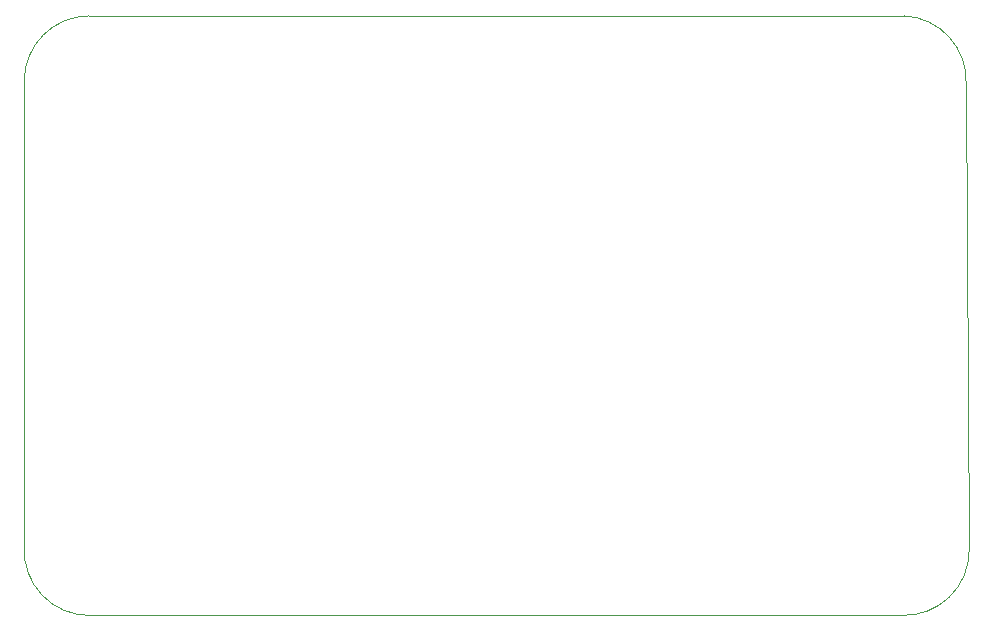
<source format=gbr>
%TF.GenerationSoftware,KiCad,Pcbnew,7.0.1*%
%TF.CreationDate,2024-05-30T20:12:37+02:00*%
%TF.ProjectId,Butterworth,42757474-6572-4776-9f72-74682e6b6963,rev?*%
%TF.SameCoordinates,Original*%
%TF.FileFunction,Profile,NP*%
%FSLAX46Y46*%
G04 Gerber Fmt 4.6, Leading zero omitted, Abs format (unit mm)*
G04 Created by KiCad (PCBNEW 7.0.1) date 2024-05-30 20:12:37*
%MOMM*%
%LPD*%
G01*
G04 APERTURE LIST*
%TA.AperFunction,Profile*%
%ADD10C,0.100000*%
%TD*%
G04 APERTURE END LIST*
D10*
X78000000Y-43000000D02*
G75*
G03*
X72500000Y-48500000I0J-5500000D01*
G01*
X152249972Y-48749999D02*
G75*
G03*
X146999999Y-43000028I-5499972J249999D01*
G01*
X72500001Y-88000000D02*
G75*
G03*
X78000000Y-93755678I5499999J-250000D01*
G01*
X78000000Y-43000000D02*
X147000000Y-43000000D01*
X152250000Y-48750000D02*
X152505678Y-88250000D01*
X146750000Y-93749999D02*
G75*
G03*
X152505678Y-88250000I250000J5499999D01*
G01*
X72500000Y-48500000D02*
X72500000Y-88000000D01*
X78000000Y-93755678D02*
X146750000Y-93750000D01*
M02*

</source>
